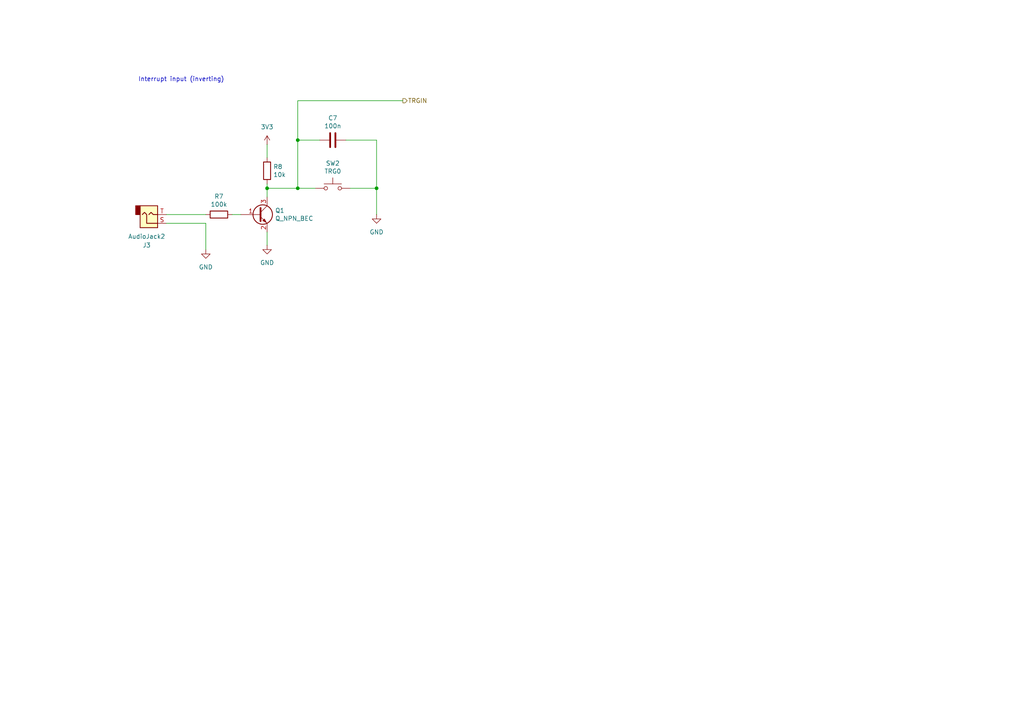
<source format=kicad_sch>
(kicad_sch (version 20231120) (generator "eeschema") (generator_version "8.0")
  (paper "A4")
  (lib_symbols
    (symbol "Connector_Audio:AudioJack2"
      (property "Reference" "J" (at 0 8.89 0))
      (property "Value" "AudioJack2" (at 0 6.35 0))
      (symbol "AudioJack2_0_1"
        (rectangle (start -3.81 0) (end -2.54 -2.54) (stroke (width 0.254)) (fill (type outline)))
        (rectangle (start -2.54 3.81) (end 2.54 -2.54) (stroke (width 0.254)) (fill (type background)))
        (polyline (pts (xy 0 0) (xy 0.635 -0.635) (xy 1.27 0) (xy 2.54 0)) (stroke (width 0.254)))
        (polyline (pts (xy 2.54 2.54) (xy -0.635 2.54) (xy -0.635 0) (xy -1.27 -0.635) (xy -1.905 0)) (stroke (width 0.254)))
      )
      (symbol "AudioJack2_1_1"
        (pin passive line (at 5.08 2.54 180) (length 2.54) (name "~") (number "S"))
        (pin passive line (at 5.08 0 180) (length 2.54) (name "~") (number "T"))
      )
    )
    (symbol "Device:C" (pin_numbers hide) (pin_names (offset 0.254))
      (property "Reference" "C" (at 0.635 2.54 0))
      (property "Value" "C" (at 0.635 -2.54 0))
      (symbol "C_0_1"
        (polyline (pts (xy -2.032 -0.762) (xy 2.032 -0.762)) (stroke (width 0.508)))
        (polyline (pts (xy -2.032 0.762) (xy 2.032 0.762)) (stroke (width 0.508)))
      )
      (symbol "C_1_1"
        (pin passive line (at 0 3.81 270) (length 2.794) (name "~") (number "1"))
        (pin passive line (at 0 -3.81 90) (length 2.794) (name "~") (number "2"))
      )
    )
    (symbol "Device:Q_NPN_BEC" (pin_names (offset 0) hide)
      (property "Reference" "Q" (at 5.08 1.27 0))
      (property "Value" "Q_NPN_BEC" (at 5.08 -1.27 0))
      (symbol "Q_NPN_BEC_0_1"
        (polyline (pts (xy 0.635 0.635) (xy 2.54 2.54)))
        (polyline (pts (xy 0.635 -0.635) (xy 2.54 -2.54) (xy 2.54 -2.54)))
        (polyline (pts (xy 0.635 1.905) (xy 0.635 -1.905) (xy 0.635 -1.905)) (stroke (width 0.508)))
        (polyline (pts (xy 1.27 -1.778) (xy 1.778 -1.27) (xy 2.286 -2.286) (xy 1.27 -1.778) (xy 1.27 -1.778)) (fill (type outline)))
        (circle (center 1.27 0) (radius 2.8194) (stroke (width 0.254)))
      )
      (symbol "Q_NPN_BEC_1_1"
        (pin input line (at -5.08 0 0) (length 5.715) (name "B") (number "1"))
        (pin passive line (at 2.54 -5.08 90) (length 2.54) (name "E") (number "2"))
        (pin passive line (at 2.54 5.08 270) (length 2.54) (name "C") (number "3"))
      )
    )
    (symbol "Device:R" (pin_numbers hide) (pin_names (offset 0))
      (property "Reference" "R" (at 2.032 0 90))
      (property "Value" "R" (at 0 0 90))
      (symbol "R_0_1"
        (rectangle (start -1.016 -2.54) (end 1.016 2.54) (stroke (width 0.254)))
      )
      (symbol "R_1_1"
        (pin passive line (at 0 3.81 270) (length 1.27) (name "~") (number "1"))
        (pin passive line (at 0 -3.81 90) (length 1.27) (name "~") (number "2"))
      )
    )
    (symbol "Switch:SW_Push" (pin_numbers hide) (pin_names (offset 1.016) hide)
      (property "Reference" "SW" (at 1.27 2.54 0))
      (property "Value" "SW_Push" (at 0 -1.524 0))
      (symbol "SW_Push_0_1"
        (circle (center -2.032 0) (radius 0.508))
        (polyline (pts (xy 0 1.27) (xy 0 3.048)))
        (polyline (pts (xy 2.54 1.27) (xy -2.54 1.27)))
        (circle (center 2.032 0) (radius 0.508))
        (pin passive line (at -5.08 0 0) (length 2.54) (name "1") (number "1"))
        (pin passive line (at 5.08 0 180) (length 2.54) (name "2") (number "2"))
      )
    )
    (symbol "power:+3V3" (power) (pin_numbers hide) (pin_names (offset 0) hide)
      (property "Value" "+3V3" (at 0 3.556 0))
      (symbol "+3V3_0_1"
        (polyline (pts (xy -0.762 1.27) (xy 0 2.54)))
        (polyline (pts (xy 0 0) (xy 0 2.54)))
        (polyline (pts (xy 0 2.54) (xy 0.762 1.27)))
      )
      (symbol "+3V3_1_1"
        (pin power_in line (at 0 0 90) (length 0) (name "~") (number "1"))
      )
    )
    (symbol "power:GND" (power) (pin_numbers hide) (pin_names (offset 0) hide)
      (property "Value" "GND" (at 0 -3.81 0))
      (symbol "GND_0_1"
        (polyline (pts (xy 0 0) (xy 0 -1.27) (xy 1.27 -1.27) (xy 0 -2.54) (xy -1.27 -1.27) (xy 0 -1.27)))
      )
      (symbol "GND_1_1"
        (pin power_in line (at 0 0 270) (length 0) (name "~") (number "1"))
      )
    )
  )
  (junction (at 77.47 54.61))
  (junction (at 86.36 40.64))
  (junction (at 86.36 54.61))
  (junction (at 109.22 54.61))
  (wire (pts (xy 109.22 40.64) (xy 109.22 54.61)))
  (wire (pts (xy 92.71 40.64) (xy 86.36 40.64)))
  (wire (pts (xy 109.22 54.61) (xy 109.22 62.23)))
  (wire (pts (xy 59.69 62.23) (xy 48.26 62.23)))
  (wire (pts (xy 59.69 64.77) (xy 59.69 72.39)))
  (wire (pts (xy 77.47 54.61) (xy 77.47 57.15)))
  (wire (pts (xy 100.33 40.64) (xy 109.22 40.64)))
  (wire (pts (xy 48.26 64.77) (xy 59.69 64.77)))
  (wire (pts (xy 86.36 54.61) (xy 91.44 54.61)))
  (wire (pts (xy 86.36 29.21) (xy 86.36 40.64)))
  (wire (pts (xy 77.47 67.31) (xy 77.47 71.12)))
  (wire (pts (xy 77.47 54.61) (xy 86.36 54.61)))
  (wire (pts (xy 77.47 53.34) (xy 77.47 54.61)))
  (wire (pts (xy 116.84 29.21) (xy 86.36 29.21)))
  (wire (pts (xy 101.6 54.61) (xy 109.22 54.61)))
  (wire (pts (xy 86.36 40.64) (xy 86.36 54.61)))
  (wire (pts (xy 77.47 41.91) (xy 77.47 45.72)))
  (wire (pts (xy 67.31 62.23) (xy 69.85 62.23)))
  (text "Interrupt input (inverting)" (at 52.578 23.114 0) (effects (font (size 1.27 1.27))))
  (hierarchical_label "TRGIN" (shape output) (at 116.84 29.21 0))
  (symbol (lib_id "power:GND") (at 77.47 71.12 0) (unit 1)
    (property "Reference" "#PWR024" (effects (hide yes)))
    (property "Value" "GND" (at 77.47 76.2 0))
    (property "Description" "Power symbol creates a global label with name \"GND\" , ground" (effects (hide yes)))
    (instances (project "asynthosc" (path "" (reference "#PWR024") (unit 1)) (path "" (reference "#PWR031") (unit 1))))
  )
  (symbol (lib_id "Device:C") (at 96.52 40.64 270) (unit 1)
    (property "Reference" "C7" (at 96.52 34.2392 90))
    (property "Value" "100n" (at 96.52 36.5506 90))
    (property "Footprint" "Capacitor_SMD:C_0603_1608Metric" (effects (hide yes)))
    (instances (project "asynthosc" (path "" (reference "C7") (unit 1)) (path "" (reference "C10") (unit 1))))
  )
  (symbol (lib_id "power:+3V3") (at 77.47 41.91 0) (unit 1)
    (property "Reference" "#PWR023" (effects (hide yes)))
    (property "Value" "3V3" (at 77.47 36.83 0))
    (property "Description" "Power symbol creates a global label with name \"+3V3\"" (effects (hide yes)))
    (instances (project "asynthosc" (path "" (reference "#PWR023") (unit 1)) (path "" (reference "#PWR030") (unit 1))))
  )
  (symbol (lib_id "power:GND") (at 59.69 72.39 0) (unit 1)
    (property "Reference" "#PWR022" (effects (hide yes)))
    (property "Value" "GND" (at 59.69 77.47 0))
    (property "Description" "Power symbol creates a global label with name \"GND\" , ground" (effects (hide yes)))
    (instances (project "asynthosc" (path "" (reference "#PWR022") (unit 1)) (path "" (reference "#PWR029") (unit 1))))
  )
  (symbol (lib_id "Device:R") (at 77.47 49.53 180) (unit 1)
    (property "Reference" "R8" (at 79.248 48.3616 0) (effects (justify right)))
    (property "Value" "10k" (at 79.248 50.673 0) (effects (justify right)))
    (property "Footprint" "Resistor_SMD:R_0603_1608Metric" (effects (hide yes)))
    (instances (project "asynthosc" (path "" (reference "R8") (unit 1)) (path "" (reference "R14") (unit 1))))
  )
  (symbol (lib_id "power:GND") (at 109.22 62.23 0) (unit 1)
    (property "Reference" "#PWR025" (effects (hide yes)))
    (property "Value" "GND" (at 109.22 67.31 0))
    (property "Description" "Power symbol creates a global label with name \"GND\" , ground" (effects (hide yes)))
    (instances (project "asynthosc" (path "" (reference "#PWR025") (unit 1)) (path "" (reference "#PWR032") (unit 1))))
  )
  (symbol (lib_id "Device:R") (at 63.5 62.23 270) (unit 1)
    (property "Reference" "R7" (at 63.5 56.9722 90))
    (property "Value" "100k" (at 63.5 59.2836 90))
    (property "Footprint" "Resistor_SMD:R_0603_1608Metric" (effects (hide yes)))
    (instances (project "asynthosc" (path "" (reference "R7") (unit 1)) (path "" (reference "R13") (unit 1))))
  )
  (symbol (lib_id "Connector_Audio:AudioJack2") (at 43.18 62.23 0) (mirror x) (unit 1)
    (property "Reference" "J3" (at 42.545 71.12 0))
    (property "Value" "AudioJack2" (at 42.545 68.58 0))
    (property "Description" "Audio Jack, 2 Poles (Mono / TS)" (effects (hide yes)))
    (property "Sim.Device" "V" (effects (hide yes)))
    (property "Sim.Type" "PULSE" (effects (hide yes)))
    (property "Sim.Pins" "S=- T=+" (effects (hide yes)))
    (property "Sim.Params" "y1=0 y2=12 td=1 tr=0.005 tf=0.005 tw=0.1 per=1" (effects (hide yes)))
    (instances (project "asynthosc" (path "" (reference "J3") (unit 1)) (path "" (reference "J5") (unit 1))))
  )
  (symbol (lib_id "Switch:SW_Push") (at 96.52 54.61 0) (unit 1)
    (property "Reference" "SW2" (at 96.52 47.371 0))
    (property "Value" "TRG0" (at 96.52 49.6824 0))
    (property "Footprint" "switches:SW_6425" (effects (hide yes)))
    (property "Sim.Device" "R" (effects (hide yes)))
    (property "Sim.Pins" "1=+ 2=-" (effects (hide yes)))
    (property "Sim.Params" "r=1M" (effects (hide yes)))
    (instances (project "asynthosc" (path "" (reference "SW2") (unit 1)) (path "" (reference "SW3") (unit 1))))
  )
  (symbol (lib_id "Device:Q_NPN_BEC") (at 74.93 62.23 0) (unit 1)
    (property "Reference" "Q1" (at 79.7814 61.0616 0) (effects (justify left)))
    (property "Value" "Q_NPN_BEC" (at 79.7814 63.373 0) (effects (justify left)))
    (property "Footprint" "Package_TO_SOT_SMD:SOT-23" (effects (hide yes)))
    (property "Sim.Device" "NPN" (effects (hide yes)))
    (property "Sim.Type" "VBIC" (effects (hide yes)))
    (property "Sim.Pins" "1=B 2=E 3=C" (effects (hide yes)))
    (instances (project "asynthosc" (path "" (reference "Q1") (unit 1)) (path "" (reference "Q2") (unit 1))))
  )
)
</source>
